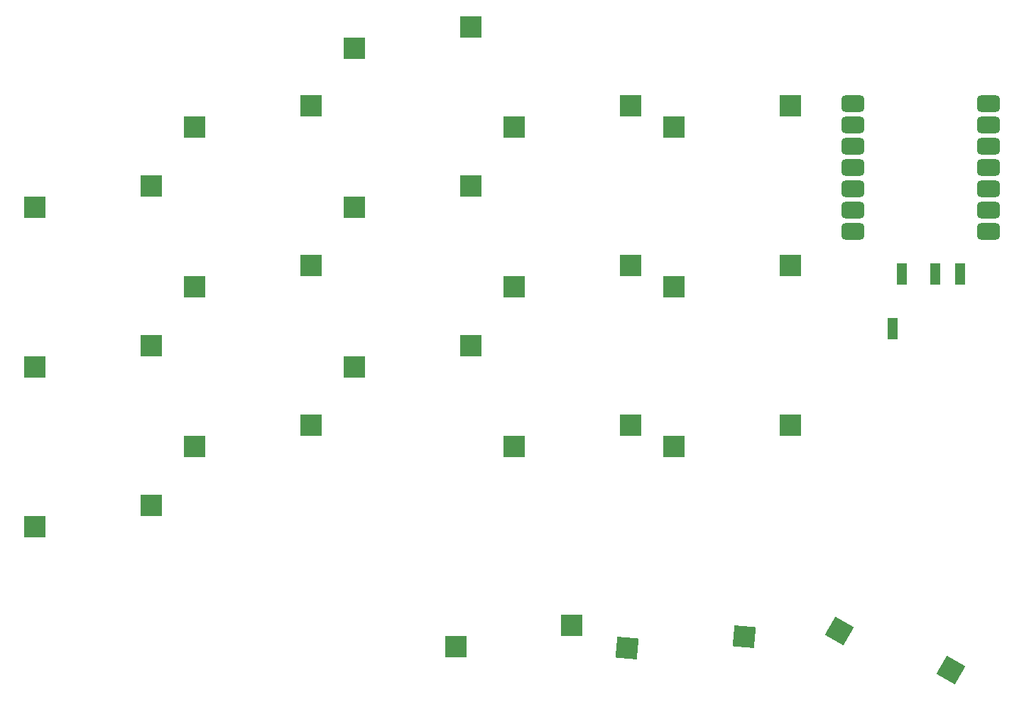
<source format=gbr>
%TF.GenerationSoftware,KiCad,Pcbnew,8.0.6*%
%TF.CreationDate,2024-11-18T16:16:28-05:00*%
%TF.ProjectId,SolarFlarePCB,536f6c61-7246-46c6-9172-655043422e6b,rev?*%
%TF.SameCoordinates,Original*%
%TF.FileFunction,Paste,Bot*%
%TF.FilePolarity,Positive*%
%FSLAX46Y46*%
G04 Gerber Fmt 4.6, Leading zero omitted, Abs format (unit mm)*
G04 Created by KiCad (PCBNEW 8.0.6) date 2024-11-18 16:16:28*
%MOMM*%
%LPD*%
G01*
G04 APERTURE LIST*
G04 Aperture macros list*
%AMRoundRect*
0 Rectangle with rounded corners*
0 $1 Rounding radius*
0 $2 $3 $4 $5 $6 $7 $8 $9 X,Y pos of 4 corners*
0 Add a 4 corners polygon primitive as box body*
4,1,4,$2,$3,$4,$5,$6,$7,$8,$9,$2,$3,0*
0 Add four circle primitives for the rounded corners*
1,1,$1+$1,$2,$3*
1,1,$1+$1,$4,$5*
1,1,$1+$1,$6,$7*
1,1,$1+$1,$8,$9*
0 Add four rect primitives between the rounded corners*
20,1,$1+$1,$2,$3,$4,$5,0*
20,1,$1+$1,$4,$5,$6,$7,0*
20,1,$1+$1,$6,$7,$8,$9,0*
20,1,$1+$1,$8,$9,$2,$3,0*%
%AMRotRect*
0 Rectangle, with rotation*
0 The origin of the aperture is its center*
0 $1 length*
0 $2 width*
0 $3 Rotation angle, in degrees counterclockwise*
0 Add horizontal line*
21,1,$1,$2,0,0,$3*%
G04 Aperture macros list end*
%ADD10R,2.550000X2.500000*%
%ADD11RotRect,2.550000X2.500000X330.000000*%
%ADD12RotRect,2.550000X2.500000X355.000000*%
%ADD13R,1.200000X2.500000*%
%ADD14RoundRect,0.500000X0.875000X0.500000X-0.875000X0.500000X-0.875000X-0.500000X0.875000X-0.500000X0*%
G04 APERTURE END LIST*
D10*
%TO.C,MX3*%
X44390000Y-90170000D03*
X30540000Y-92710000D03*
%TD*%
%TO.C,MX7*%
X82490000Y-33178750D03*
X68640000Y-35718750D03*
%TD*%
D11*
%TO.C,MX18*%
X139737300Y-109880591D03*
X126472848Y-105155295D03*
%TD*%
D10*
%TO.C,MX13*%
X101540000Y-80645000D03*
X87690000Y-83185000D03*
%TD*%
%TO.C,MX9*%
X82490000Y-71120000D03*
X68640000Y-73660000D03*
%TD*%
%TO.C,MX2*%
X44390000Y-71120000D03*
X30540000Y-73660000D03*
%TD*%
%TO.C,MX8*%
X82490000Y-52070000D03*
X68640000Y-54610000D03*
%TD*%
%TO.C,MX17*%
X120590000Y-80645000D03*
X106740000Y-83185000D03*
%TD*%
%TO.C,MX16*%
X120590000Y-61595000D03*
X106740000Y-64135000D03*
%TD*%
%TO.C,MX5*%
X63440000Y-61595000D03*
X49590000Y-64135000D03*
%TD*%
%TO.C,MX10*%
X94540000Y-104545000D03*
X80690000Y-107085000D03*
%TD*%
%TO.C,MX15*%
X120590000Y-42545000D03*
X106740000Y-45085000D03*
%TD*%
%TO.C,MX11*%
X101540000Y-42545000D03*
X87690000Y-45085000D03*
%TD*%
%TO.C,MX1*%
X44390000Y-52070000D03*
X30540000Y-54610000D03*
%TD*%
%TO.C,MX4*%
X63440000Y-42545000D03*
X49590000Y-45085000D03*
%TD*%
D12*
%TO.C,MX14*%
X115108816Y-105912541D03*
X101090144Y-107235768D03*
%TD*%
D10*
%TO.C,MX6*%
X63440000Y-80645000D03*
X49590000Y-83185000D03*
%TD*%
%TO.C,MX12*%
X101540000Y-61595000D03*
X87690000Y-64135000D03*
%TD*%
D13*
%TO.C,U2*%
X132750000Y-69100000D03*
X133850000Y-62600000D03*
X137850000Y-62600000D03*
X140850000Y-62600000D03*
%TD*%
D14*
%TO.C,U4*%
X144215000Y-42291250D03*
X144215000Y-44831250D03*
X144215000Y-47371250D03*
X144215000Y-49911250D03*
X144215000Y-52451250D03*
X144215000Y-54991250D03*
X144215000Y-57531250D03*
X128050000Y-57531250D03*
X128050000Y-54991250D03*
X128050000Y-52451250D03*
X128050000Y-49911250D03*
X128050000Y-47371250D03*
X128050000Y-44831250D03*
X128050000Y-42291250D03*
%TD*%
M02*

</source>
